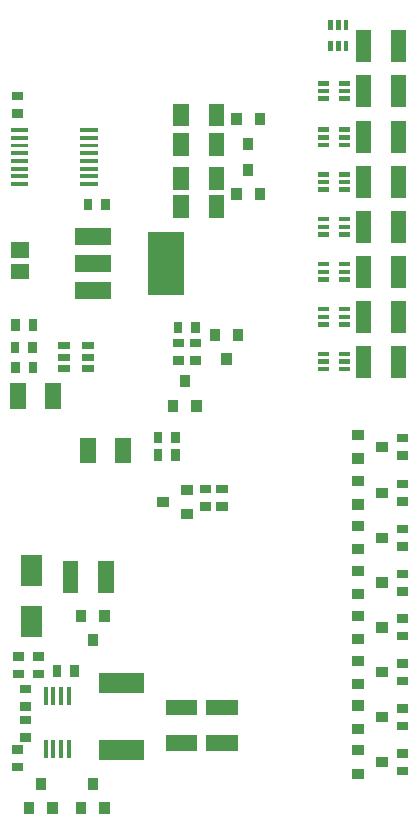
<source format=gbr>
G04 start of page 10 for group -4014 idx -4014 *
G04 Title: (unknown), bottompaste *
G04 Creator: pcb 1.99z *
G04 CreationDate: Wed 16 Feb 2011 18:30:27 GMT UTC *
G04 For: rbarlow *
G04 Format: Gerber/RS-274X *
G04 PCB-Dimensions: 157480 283465 *
G04 PCB-Coordinate-Origin: lower left *
%MOIN*%
%FSLAX25Y25*%
%LNBACKPASTE*%
%ADD24R,0.0283X0.0283*%
%ADD25R,0.0340X0.0340*%
%ADD37R,0.0530X0.0530*%
%ADD38R,0.0689X0.0689*%
%ADD39R,0.0560X0.0560*%
%ADD40R,0.0512X0.0512*%
%ADD41R,0.1220X0.1220*%
%ADD42R,0.0240X0.0240*%
%ADD43R,0.0130X0.0130*%
%ADD44R,0.0150X0.0150*%
%ADD45R,0.0669X0.0669*%
G54D24*X11721Y51808D02*X12689D01*
X11721Y57642D02*X12689D01*
X7390Y30709D02*X8358D01*
X7390Y36543D02*X8358D01*
X5028Y51808D02*X5996D01*
X5028Y57642D02*X5996D01*
X18343Y53240D02*Y52272D01*
X24177Y53240D02*Y52272D01*
G54D43*X22244Y29077D02*Y24471D01*
X19685Y29077D02*Y24471D01*
X17127Y29077D02*Y24471D01*
X14568Y29077D02*Y24471D01*
Y46793D02*Y42187D01*
X17127Y46793D02*Y42187D01*
X19685Y46793D02*Y42187D01*
X22244Y46793D02*Y42187D01*
G54D24*X7390Y46779D02*X8358D01*
X7390Y40945D02*X8358D01*
G54D40*X57088Y28741D02*X62598D01*
X57088Y40551D02*X62598D01*
G54D24*X132981Y25358D02*X133949D01*
X132981Y19524D02*X133949D01*
G54D44*X109603Y269109D02*Y267109D01*
X112203Y269109D02*Y267109D01*
X114703Y269109D02*Y267109D01*
Y262109D02*Y260109D01*
X112203Y262109D02*Y260109D01*
X109603Y262109D02*Y260109D01*
G54D25*X34178Y7387D02*Y6787D01*
X26378Y7387D02*Y6787D01*
X30278Y15587D02*Y14987D01*
X118272Y48463D02*X118872D01*
X118272Y56263D02*X118872D01*
X126472Y52363D02*X127072D01*
X118272Y63423D02*X118872D01*
X118272Y71223D02*X118872D01*
X126472Y67323D02*X127072D01*
X118272Y123659D02*X118872D01*
X118272Y131459D02*X118872D01*
X126472Y127559D02*X127072D01*
X118272Y108305D02*X118872D01*
X118272Y116105D02*X118872D01*
X126472Y112205D02*X127072D01*
X118272Y93345D02*X118872D01*
X118272Y101145D02*X118872D01*
X126472Y97245D02*X127072D01*
X118272Y78384D02*X118872D01*
X118272Y86184D02*X118872D01*
X126472Y82284D02*X127072D01*
X70939Y165262D02*Y164662D01*
X78739Y165262D02*Y164662D01*
X74839Y157062D02*Y156462D01*
G54D40*X59645Y218110D02*Y215748D01*
X71455Y218110D02*Y215748D01*
X59645Y208859D02*Y206497D01*
X71455Y208859D02*Y206497D01*
X59645Y239371D02*Y237009D01*
X71455Y239371D02*Y237009D01*
X59645Y229529D02*Y227167D01*
X71455Y229529D02*Y227167D01*
G54D24*X4564Y168595D02*Y167627D01*
X10398Y168595D02*Y167627D01*
X4633Y244418D02*X5601D01*
X4633Y238584D02*X5601D01*
X58375Y156372D02*X59343D01*
X58375Y162206D02*X59343D01*
X4563Y154422D02*Y153454D01*
X10397Y154422D02*Y153454D01*
X10164Y161115D02*Y160147D01*
X4330Y161115D02*Y160147D01*
X57802Y125288D02*Y124320D01*
X51968Y125288D02*Y124320D01*
X57802Y131194D02*Y130226D01*
X51968Y131194D02*Y130226D01*
X72941Y113387D02*X73909D01*
X72941Y107553D02*X73909D01*
X67429Y113387D02*X68397D01*
X67429Y107553D02*X68397D01*
X58661Y167808D02*Y166840D01*
X64495Y167808D02*Y166840D01*
X64083Y156372D02*X65051D01*
X64083Y162206D02*X65051D01*
X34573Y208753D02*Y207785D01*
X28739Y208753D02*Y207785D01*
G54D25*X61486Y113053D02*X62086D01*
X61486Y105253D02*X62086D01*
X53286Y109153D02*X53886D01*
G54D37*X16929Y146089D02*Y142889D01*
X5329Y146089D02*Y142889D01*
G54D40*X120473Y173622D02*Y168112D01*
X132283Y173622D02*Y168112D01*
G54D25*X85986Y211983D02*Y211383D01*
X78186Y211983D02*Y211383D01*
X82086Y220183D02*Y219583D01*
G54D40*X34646Y87007D02*Y81497D01*
X22836Y87007D02*Y81497D01*
G54D44*X113173Y158506D02*X115173D01*
X113173Y155906D02*X115173D01*
X113173Y153406D02*X115173D01*
X106173D02*X108173D01*
X106173Y155906D02*X108173D01*
X106173Y158506D02*X108173D01*
G54D24*X132981Y130476D02*X133949D01*
X132981Y124642D02*X133949D01*
X132981Y115122D02*X133949D01*
X132981Y109288D02*X133949D01*
G54D40*X120473Y188582D02*Y183072D01*
X132283Y188582D02*Y183072D01*
X120473Y203543D02*Y198033D01*
X132283Y203543D02*Y198033D01*
X120473Y218503D02*Y212993D01*
X132283Y218503D02*Y212993D01*
X120473Y233464D02*Y227954D01*
X132283Y233464D02*Y227954D01*
X120473Y248818D02*Y243308D01*
X132283Y248818D02*Y243308D01*
X120473Y263779D02*Y258269D01*
X132283Y263779D02*Y258269D01*
G54D44*X113173Y173467D02*X115173D01*
X113173Y170867D02*X115173D01*
X113173Y168367D02*X115173D01*
X106173D02*X108173D01*
X106173Y170867D02*X108173D01*
X106173Y173467D02*X108173D01*
X113173Y188427D02*X115173D01*
X113173Y185827D02*X115173D01*
X113173Y183327D02*X115173D01*
X106173D02*X108173D01*
X106173Y185827D02*X108173D01*
X106173Y188427D02*X108173D01*
X113173Y203388D02*X115173D01*
X113173Y200788D02*X115173D01*
X113173Y198288D02*X115173D01*
X106173D02*X108173D01*
X106173Y200788D02*X108173D01*
X106173Y203388D02*X108173D01*
G54D25*X16855Y7387D02*Y6787D01*
X9055Y7387D02*Y6787D01*
X12955Y15587D02*Y14987D01*
G54D44*X113173Y248663D02*X115173D01*
X113173Y246063D02*X115173D01*
X113173Y243563D02*X115173D01*
X106173D02*X108173D01*
X106173Y246063D02*X108173D01*
X106173Y248663D02*X108173D01*
X113173Y233309D02*X115173D01*
X113173Y230709D02*X115173D01*
X113173Y228209D02*X115173D01*
X106173D02*X108173D01*
X106173Y230709D02*X108173D01*
X106173Y233309D02*X108173D01*
X113173Y218348D02*X115173D01*
X113173Y215748D02*X115173D01*
X113173Y213248D02*X115173D01*
X106173D02*X108173D01*
X106173Y215748D02*X108173D01*
X106173Y218348D02*X108173D01*
G54D40*X120473Y158661D02*Y153151D01*
X132283Y158661D02*Y153151D01*
G54D43*X3602Y215161D02*X8208D01*
X3602Y217720D02*X8208D01*
X3602Y220279D02*X8208D01*
X3602Y222838D02*X8208D01*
X3602Y225396D02*X8208D01*
X3602Y227955D02*X8208D01*
X3602Y230514D02*X8208D01*
X3602Y233073D02*X8208D01*
X26830D02*X31436D01*
X26830Y230514D02*X31436D01*
X26830Y227955D02*X31436D01*
X26830Y225396D02*X31436D01*
X26830Y222838D02*X31436D01*
X26830Y220279D02*X31436D01*
X26830Y217720D02*X31436D01*
X26830Y215161D02*X31436D01*
G54D40*X5709Y186024D02*X6495D01*
X5709Y193110D02*X6495D01*
G54D39*X27024Y179584D02*X33624D01*
X27024Y188584D02*X33624D01*
X27024Y197684D02*X33624D01*
G54D41*X54724Y193084D02*Y184084D01*
G54D37*X28740Y127979D02*Y124779D01*
X40340Y127979D02*Y124779D01*
G54D25*X26415Y71491D02*Y70891D01*
X34215Y71491D02*Y70891D01*
X30315Y63291D02*Y62691D01*
G54D45*X35631Y48818D02*X43899D01*
X35631Y26378D02*X43899D01*
G54D38*X9843Y71064D02*Y67521D01*
Y87993D02*Y84450D01*
G54D24*X4634Y26701D02*X5602D01*
X4634Y20867D02*X5602D01*
G54D40*X70474Y28741D02*X75984D01*
X70474Y40551D02*X75984D01*
G54D24*X132981Y100162D02*X133949D01*
X132981Y94328D02*X133949D01*
X132981Y85201D02*X133949D01*
X132981Y79367D02*X133949D01*
X132981Y70240D02*X133949D01*
X132981Y64406D02*X133949D01*
X132981Y55280D02*X133949D01*
X132981Y49446D02*X133949D01*
X132981Y40319D02*X133949D01*
X132981Y34485D02*X133949D01*
G54D25*X118272Y18541D02*X118872D01*
X118272Y26341D02*X118872D01*
X126472Y22441D02*X127072D01*
X118272Y33502D02*X118872D01*
X118272Y41302D02*X118872D01*
X126472Y37402D02*X127072D01*
G54D42*X27954Y161313D02*X29554D01*
X27954Y157413D02*X29554D01*
X27954Y153513D02*X29554D01*
X19754D02*X21354D01*
X19754Y157413D02*X21354D01*
X19754Y161313D02*X21354D01*
G54D25*X64844Y141596D02*Y140996D01*
X57044Y141596D02*Y140996D01*
X60944Y149796D02*Y149196D01*
X78186Y237044D02*Y236444D01*
X85986Y237044D02*Y236444D01*
X82086Y228844D02*Y228244D01*
M02*

</source>
